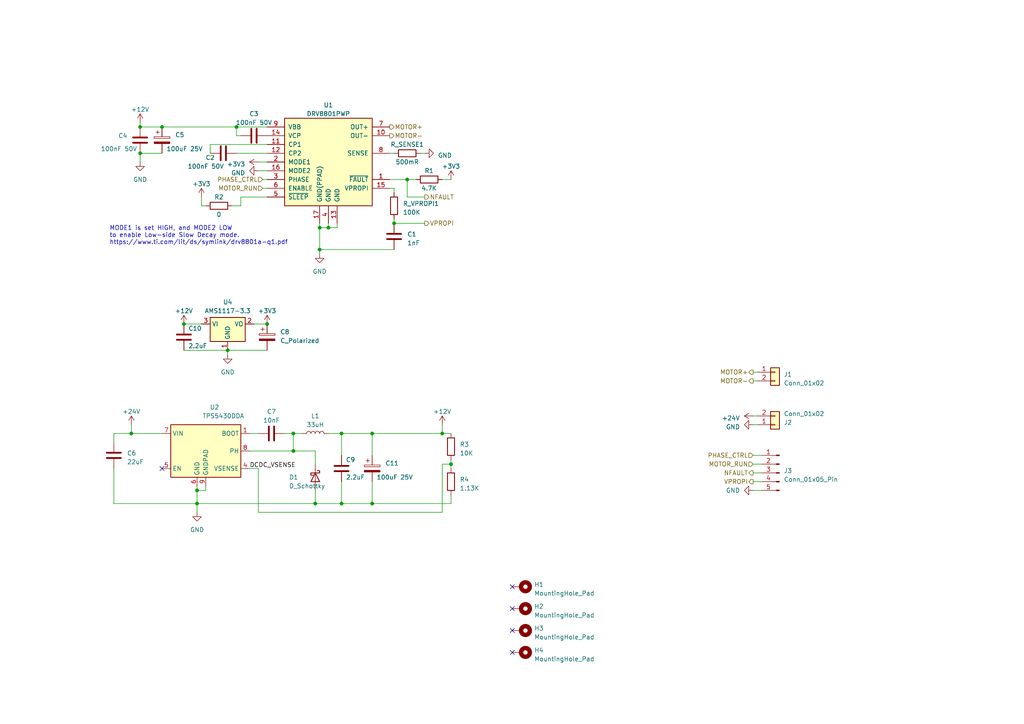
<source format=kicad_sch>
(kicad_sch (version 20230121) (generator eeschema)
  (paper "A4")
  (lib_symbols
    (symbol "Connector:Conn_01x05_Pin" (pin_names (offset 1.016) hide)
      (property "Reference" "J" (at 0 7.62 0))
      (property "Value" "Conn_01x05_Pin" (at 0 -7.62 0))
      (symbol "Conn_01x05_Pin_1_1"
        (polyline (pts (xy 1.27 -5.08) (xy 0.8636 -5.08)) (stroke (width 0.1524)))
        (polyline (pts (xy 1.27 -2.54) (xy 0.8636 -2.54)) (stroke (width 0.1524)))
        (polyline (pts (xy 1.27 0) (xy 0.8636 0)) (stroke (width 0.1524)))
        (polyline (pts (xy 1.27 2.54) (xy 0.8636 2.54)) (stroke (width 0.1524)))
        (polyline (pts (xy 1.27 5.08) (xy 0.8636 5.08)) (stroke (width 0.1524)))
        (rectangle (start 0.8636 -4.953) (end 0 -5.207) (stroke (width 0.1524)) (fill (type outline)))
        (rectangle (start 0.8636 -2.413) (end 0 -2.667) (stroke (width 0.1524)) (fill (type outline)))
        (rectangle (start 0.8636 0.127) (end 0 -0.127) (stroke (width 0.1524)) (fill (type outline)))
        (rectangle (start 0.8636 2.667) (end 0 2.413) (stroke (width 0.1524)) (fill (type outline)))
        (rectangle (start 0.8636 5.207) (end 0 4.953) (stroke (width 0.1524)) (fill (type outline)))
        (pin passive line (at 5.08 5.08 180) (length 3.81) (name "Pin_1") (number "1"))
        (pin passive line (at 5.08 2.54 180) (length 3.81) (name "Pin_2") (number "2"))
        (pin passive line (at 5.08 0 180) (length 3.81) (name "Pin_3") (number "3"))
        (pin passive line (at 5.08 -2.54 180) (length 3.81) (name "Pin_4") (number "4"))
        (pin passive line (at 5.08 -5.08 180) (length 3.81) (name "Pin_5") (number "5"))
      )
    )
    (symbol "Connector_Generic:Conn_01x02" (pin_names (offset 1.016) hide)
      (property "Reference" "J" (at 0 2.54 0))
      (property "Value" "Conn_01x02" (at 0 -5.08 0))
      (symbol "Conn_01x02_1_1"
        (rectangle (start -1.27 -2.413) (end 0 -2.667) (stroke (width 0.1524)))
        (rectangle (start -1.27 0.127) (end 0 -0.127) (stroke (width 0.1524)))
        (rectangle (start -1.27 1.27) (end 1.27 -3.81) (stroke (width 0.254)) (fill (type background)))
        (pin passive line (at -5.08 0 0) (length 3.81) (name "Pin_1") (number "1"))
        (pin passive line (at -5.08 -2.54 0) (length 3.81) (name "Pin_2") (number "2"))
      )
    )
    (symbol "Device:C" (pin_numbers hide) (pin_names (offset 0.254))
      (property "Reference" "C" (at 0.635 2.54 0))
      (property "Value" "C" (at 0.635 -2.54 0))
      (symbol "C_0_1"
        (polyline (pts (xy -2.032 -0.762) (xy 2.032 -0.762)) (stroke (width 0.508)))
        (polyline (pts (xy -2.032 0.762) (xy 2.032 0.762)) (stroke (width 0.508)))
      )
      (symbol "C_1_1"
        (pin passive line (at 0 3.81 270) (length 2.794) (name "~") (number "1"))
        (pin passive line (at 0 -3.81 90) (length 2.794) (name "~") (number "2"))
      )
    )
    (symbol "Device:C_Polarized" (pin_numbers hide) (pin_names (offset 0.254))
      (property "Reference" "C" (at 0.635 2.54 0))
      (property "Value" "C_Polarized" (at 0.635 -2.54 0))
      (symbol "C_Polarized_0_1"
        (rectangle (start -2.286 0.508) (end 2.286 1.016))
        (polyline (pts (xy -1.778 2.286) (xy -0.762 2.286)))
        (polyline (pts (xy -1.27 2.794) (xy -1.27 1.778)))
        (rectangle (start 2.286 -0.508) (end -2.286 -1.016) (fill (type outline)))
      )
      (symbol "C_Polarized_1_1"
        (pin passive line (at 0 3.81 270) (length 2.794) (name "~") (number "1"))
        (pin passive line (at 0 -3.81 90) (length 2.794) (name "~") (number "2"))
      )
    )
    (symbol "Device:D_Schottky" (pin_numbers hide) (pin_names (offset 1.016) hide)
      (property "Reference" "D" (at 0 2.54 0))
      (property "Value" "D_Schottky" (at 0 -2.54 0))
      (symbol "D_Schottky_0_1"
        (polyline (pts (xy 1.27 0) (xy -1.27 0)))
        (polyline (pts (xy 1.27 1.27) (xy 1.27 -1.27) (xy -1.27 0) (xy 1.27 1.27)) (stroke (width 0.254)))
        (polyline (pts (xy -1.905 0.635) (xy -1.905 1.27) (xy -1.27 1.27) (xy -1.27 -1.27) (xy -0.635 -1.27) (xy -0.635 -0.635)) (stroke (width 0.254)))
      )
      (symbol "D_Schottky_1_1"
        (pin passive line (at -3.81 0 0) (length 2.54) (name "K") (number "1"))
        (pin passive line (at 3.81 0 180) (length 2.54) (name "A") (number "2"))
      )
    )
    (symbol "Device:L" (pin_numbers hide) (pin_names (offset 1.016) hide)
      (property "Reference" "L" (at -1.27 0 90))
      (property "Value" "L" (at 1.905 0 90))
      (symbol "L_0_1"
        (arc (start 0 -2.54) (mid 0.6323 -1.905) (end 0 -1.27))
        (arc (start 0 -1.27) (mid 0.6323 -0.635) (end 0 0))
        (arc (start 0 0) (mid 0.6323 0.635) (end 0 1.27))
        (arc (start 0 1.27) (mid 0.6323 1.905) (end 0 2.54))
      )
      (symbol "L_1_1"
        (pin passive line (at 0 3.81 270) (length 1.27) (name "1") (number "1"))
        (pin passive line (at 0 -3.81 90) (length 1.27) (name "2") (number "2"))
      )
    )
    (symbol "Device:R" (pin_numbers hide) (pin_names (offset 0))
      (property "Reference" "R" (at 2.032 0 90))
      (property "Value" "R" (at 0 0 90))
      (symbol "R_0_1"
        (rectangle (start -1.016 -2.54) (end 1.016 2.54) (stroke (width 0.254)))
      )
      (symbol "R_1_1"
        (pin passive line (at 0 3.81 270) (length 1.27) (name "~") (number "1"))
        (pin passive line (at 0 -3.81 90) (length 1.27) (name "~") (number "2"))
      )
    )
    (symbol "Driver_Motor:DRV8801PWP" (pin_names (offset 1.016))
      (property "Reference" "U" (at -12.7 16.51 0))
      (property "Value" "DRV8801PWP" (at -12.7 13.97 0))
      (symbol "DRV8801PWP_0_1"
        (rectangle (start -12.7 12.7) (end 12.7 -12.7) (stroke (width 0.254)) (fill (type background)))
      )
      (symbol "DRV8801PWP_1_1"
        (pin open_collector line (at 17.78 -5.08 180) (length 5.08) (name "~{FAULT}") (number "1"))
        (pin power_out line (at 17.78 7.62 180) (length 5.08) (name "OUT-") (number "10"))
        (pin power_in line (at -17.78 5.08 0) (length 5.08) (name "CP1") (number "11"))
        (pin power_in line (at -17.78 2.54 0) (length 5.08) (name "CP2") (number "12"))
        (pin power_in line (at 2.54 -17.78 90) (length 5.08) (name "GND") (number "13"))
        (pin power_in line (at -17.78 7.62 0) (length 5.08) (name "VCP") (number "14"))
        (pin output line (at 17.78 -7.62 180) (length 5.08) (name "VPROPI") (number "15"))
        (pin input line (at -17.78 -2.54 0) (length 5.08) (name "MODE2") (number "16"))
        (pin power_in line (at -2.54 -17.78 90) (length 5.08) (name "GND(PPAD)") (number "17"))
        (pin input line (at -17.78 0 0) (length 5.08) (name "MODE1") (number "2"))
        (pin input line (at -17.78 -5.08 0) (length 5.08) (name "PHASE") (number "3"))
        (pin power_in line (at 0 -17.78 90) (length 5.08) (name "GND") (number "4"))
        (pin input line (at -17.78 -10.16 0) (length 5.08) (name "~{SLEEP}") (number "5"))
        (pin input line (at -17.78 -7.62 0) (length 5.08) (name "ENABLE") (number "6"))
        (pin power_out line (at 17.78 10.16 180) (length 5.08) (name "OUT+") (number "7"))
        (pin power_out line (at 17.78 2.54 180) (length 5.08) (name "SENSE") (number "8"))
        (pin power_in line (at -17.78 10.16 0) (length 5.08) (name "VBB") (number "9"))
      )
    )
    (symbol "Mechanical:MountingHole_Pad" (pin_numbers hide) (pin_names (offset 1.016) hide)
      (property "Reference" "H" (at 0 6.35 0))
      (property "Value" "MountingHole_Pad" (at 0 4.445 0))
      (symbol "MountingHole_Pad_0_1"
        (circle (center 0 1.27) (radius 1.27) (stroke (width 1.27)))
      )
      (symbol "MountingHole_Pad_1_1"
        (pin input line (at 0 -2.54 90) (length 2.54) (name "1") (number "1"))
      )
    )
    (symbol "Regulator_Linear:AMS1117-3.3"
      (property "Reference" "U" (at -3.81 3.175 0))
      (property "Value" "AMS1117-3.3" (at 0 3.175 0))
      (symbol "AMS1117-3.3_0_1"
        (rectangle (start -5.08 -5.08) (end 5.08 1.905) (stroke (width 0.254)) (fill (type background)))
      )
      (symbol "AMS1117-3.3_1_1"
        (pin power_in line (at 0 -7.62 90) (length 2.54) (name "GND") (number "1"))
        (pin power_out line (at 7.62 0 180) (length 2.54) (name "VO") (number "2"))
        (pin power_in line (at -7.62 0 0) (length 2.54) (name "VI") (number "3"))
      )
    )
    (symbol "Regulator_Switching:TPS5430DDA"
      (property "Reference" "U" (at -10.16 8.89 0))
      (property "Value" "TPS5430DDA" (at -1.27 8.89 0))
      (symbol "TPS5430DDA_0_1"
        (rectangle (start -10.16 7.62) (end 10.16 -7.62) (stroke (width 0.254)) (fill (type background)))
      )
      (symbol "TPS5430DDA_1_1"
        (pin input line (at 12.7 5.08 180) (length 2.54) (name "BOOT") (number "1"))
        (pin no_connect line (at -10.16 2.54 0) (length 2.54) hide (name "NC") (number "2"))
        (pin no_connect line (at -10.16 -2.54 0) (length 2.54) hide (name "NC") (number "3"))
        (pin input line (at 12.7 -5.08 180) (length 2.54) (name "VSENSE") (number "4"))
        (pin input line (at -12.7 -5.08 0) (length 2.54) (name "EN") (number "5"))
        (pin power_in line (at -2.54 -10.16 90) (length 2.54) (name "GND") (number "6"))
        (pin power_in line (at -12.7 5.08 0) (length 2.54) (name "VIN") (number "7"))
        (pin output line (at 12.7 0 180) (length 2.54) (name "PH") (number "8"))
        (pin power_in line (at 0 -10.16 90) (length 2.54) (name "GNDPAD") (number "9"))
      )
    )
    (symbol "power:+12V" (power) (pin_names (offset 0))
      (property "Value" "+12V" (at 0 3.556 0))
      (symbol "+12V_0_1"
        (polyline (pts (xy -0.762 1.27) (xy 0 2.54)))
        (polyline (pts (xy 0 0) (xy 0 2.54)))
        (polyline (pts (xy 0 2.54) (xy 0.762 1.27)))
      )
      (symbol "+12V_1_1"
        (pin power_in line (at 0 0 90) (length 0) hide (name "+12V") (number "1"))
      )
    )
    (symbol "power:+24V" (power) (pin_names (offset 0))
      (property "Value" "+24V" (at 0 3.556 0))
      (symbol "+24V_0_1"
        (polyline (pts (xy -0.762 1.27) (xy 0 2.54)))
        (polyline (pts (xy 0 0) (xy 0 2.54)))
        (polyline (pts (xy 0 2.54) (xy 0.762 1.27)))
      )
      (symbol "+24V_1_1"
        (pin power_in line (at 0 0 90) (length 0) hide (name "+24V") (number "1"))
      )
    )
    (symbol "power:+3V3" (power) (pin_names (offset 0))
      (property "Value" "+3V3" (at 0 3.556 0))
      (symbol "+3V3_0_1"
        (polyline (pts (xy -0.762 1.27) (xy 0 2.54)))
        (polyline (pts (xy 0 0) (xy 0 2.54)))
        (polyline (pts (xy 0 2.54) (xy 0.762 1.27)))
      )
      (symbol "+3V3_1_1"
        (pin power_in line (at 0 0 90) (length 0) hide (name "+3V3") (number "1"))
      )
    )
    (symbol "power:GND" (power) (pin_names (offset 0))
      (property "Value" "GND" (at 0 -3.81 0))
      (symbol "GND_0_1"
        (polyline (pts (xy 0 0) (xy 0 -1.27) (xy 1.27 -1.27) (xy 0 -2.54) (xy -1.27 -1.27) (xy 0 -1.27)))
      )
      (symbol "GND_1_1"
        (pin power_in line (at 0 0 270) (length 0) hide (name "GND") (number "1"))
      )
    )
  )
  (junction (at 40.64 36.83))
  (junction (at 38.1 125.73))
  (junction (at 85.09 130.81))
  (junction (at 57.15 142.24))
  (junction (at 118.11 52.07))
  (junction (at 92.71 66.04))
  (junction (at 95.25 66.04))
  (junction (at 92.71 72.39))
  (junction (at 46.99 36.83))
  (junction (at 99.06 146.05))
  (junction (at 128.27 125.73))
  (junction (at 99.06 125.73))
  (junction (at 68.58 36.83))
  (junction (at 53.34 93.98))
  (junction (at 57.15 146.05))
  (junction (at 77.47 93.98))
  (junction (at 66.04 101.6))
  (junction (at 85.09 125.73))
  (junction (at 130.81 134.62))
  (junction (at 107.95 146.05))
  (junction (at 107.95 125.73))
  (junction (at 114.3 64.77))
  (junction (at 91.44 146.05))
  (junction (at 40.64 44.45))
  (no_connect (at 148.59 170.18))
  (no_connect (at 148.59 176.53))
  (no_connect (at 46.99 135.89))
  (no_connect (at 148.59 182.88))
  (no_connect (at 148.59 189.23))
  (wire (pts (xy 74.93 135.89) (xy 72.39 135.89)))
  (wire (pts (xy 72.39 130.81) (xy 85.09 130.81)))
  (wire (pts (xy 99.06 125.73) (xy 99.06 132.08)))
  (wire (pts (xy 128.27 148.59) (xy 74.93 148.59)))
  (wire (pts (xy 218.44 123.19) (xy 219.71 123.19)))
  (wire (pts (xy 99.06 146.05) (xy 107.95 146.05)))
  (wire (pts (xy 91.44 130.81) (xy 91.44 134.62)))
  (wire (pts (xy 92.71 66.04) (xy 95.25 66.04)))
  (wire (pts (xy 40.64 44.45) (xy 46.99 44.45)))
  (wire (pts (xy 91.44 142.24) (xy 91.44 146.05)))
  (wire (pts (xy 57.15 146.05) (xy 91.44 146.05)))
  (wire (pts (xy 40.64 44.45) (xy 40.64 46.99)))
  (wire (pts (xy 218.44 110.49) (xy 219.71 110.49)))
  (wire (pts (xy 128.27 52.07) (xy 130.81 52.07)))
  (wire (pts (xy 220.98 139.7) (xy 218.44 139.7)))
  (wire (pts (xy 113.03 44.45) (xy 114.3 44.45)))
  (wire (pts (xy 33.02 125.73) (xy 33.02 128.27)))
  (wire (pts (xy 120.65 52.07) (xy 118.11 52.07)))
  (wire (pts (xy 220.98 134.62) (xy 218.44 134.62)))
  (wire (pts (xy 76.2 54.61) (xy 77.47 54.61)))
  (wire (pts (xy 123.19 44.45) (xy 121.92 44.45)))
  (wire (pts (xy 91.44 130.81) (xy 85.09 130.81)))
  (wire (pts (xy 92.71 66.04) (xy 92.71 64.77)))
  (wire (pts (xy 82.55 125.73) (xy 85.09 125.73)))
  (wire (pts (xy 114.3 54.61) (xy 113.03 54.61)))
  (wire (pts (xy 130.81 133.35) (xy 130.81 134.62)))
  (wire (pts (xy 92.71 72.39) (xy 92.71 66.04)))
  (wire (pts (xy 95.25 125.73) (xy 99.06 125.73)))
  (wire (pts (xy 91.44 146.05) (xy 99.06 146.05)))
  (wire (pts (xy 92.71 73.66) (xy 92.71 72.39)))
  (wire (pts (xy 130.81 143.51) (xy 130.81 146.05)))
  (wire (pts (xy 220.98 137.16) (xy 218.44 137.16)))
  (wire (pts (xy 58.42 59.69) (xy 59.69 59.69)))
  (wire (pts (xy 66.04 101.6) (xy 66.04 102.87)))
  (wire (pts (xy 114.3 54.61) (xy 114.3 55.88)))
  (wire (pts (xy 46.99 36.83) (xy 68.58 36.83)))
  (wire (pts (xy 220.98 142.24) (xy 218.44 142.24)))
  (wire (pts (xy 128.27 125.73) (xy 130.81 125.73)))
  (wire (pts (xy 218.44 120.65) (xy 219.71 120.65)))
  (wire (pts (xy 118.11 57.15) (xy 118.11 52.07)))
  (wire (pts (xy 74.93 46.99) (xy 77.47 46.99)))
  (wire (pts (xy 74.93 49.53) (xy 77.47 49.53)))
  (wire (pts (xy 130.81 134.62) (xy 128.27 134.62)))
  (wire (pts (xy 92.71 72.39) (xy 114.3 72.39)))
  (wire (pts (xy 107.95 125.73) (xy 128.27 125.73)))
  (wire (pts (xy 97.79 64.77) (xy 97.79 66.04)))
  (wire (pts (xy 85.09 125.73) (xy 87.63 125.73)))
  (wire (pts (xy 114.3 64.77) (xy 123.19 64.77)))
  (wire (pts (xy 77.47 93.98) (xy 73.66 93.98)))
  (wire (pts (xy 95.25 64.77) (xy 95.25 66.04)))
  (wire (pts (xy 57.15 140.97) (xy 57.15 142.24)))
  (wire (pts (xy 69.85 57.15) (xy 77.47 57.15)))
  (wire (pts (xy 128.27 123.19) (xy 128.27 125.73)))
  (wire (pts (xy 72.39 125.73) (xy 74.93 125.73)))
  (wire (pts (xy 68.58 36.83) (xy 77.47 36.83)))
  (wire (pts (xy 114.3 63.5) (xy 114.3 64.77)))
  (wire (pts (xy 99.06 139.7) (xy 99.06 146.05)))
  (wire (pts (xy 68.58 36.83) (xy 68.58 39.37)))
  (wire (pts (xy 59.69 140.97) (xy 59.69 142.24)))
  (wire (pts (xy 123.19 57.15) (xy 118.11 57.15)))
  (wire (pts (xy 68.58 39.37) (xy 69.85 39.37)))
  (wire (pts (xy 38.1 125.73) (xy 46.99 125.73)))
  (wire (pts (xy 33.02 146.05) (xy 57.15 146.05)))
  (wire (pts (xy 33.02 125.73) (xy 38.1 125.73)))
  (wire (pts (xy 107.95 146.05) (xy 130.81 146.05)))
  (wire (pts (xy 66.04 101.6) (xy 77.47 101.6)))
  (wire (pts (xy 107.95 125.73) (xy 107.95 132.08)))
  (wire (pts (xy 57.15 146.05) (xy 57.15 148.59)))
  (wire (pts (xy 128.27 134.62) (xy 128.27 148.59)))
  (wire (pts (xy 40.64 36.83) (xy 46.99 36.83)))
  (wire (pts (xy 59.69 142.24) (xy 57.15 142.24)))
  (wire (pts (xy 107.95 139.7) (xy 107.95 146.05)))
  (wire (pts (xy 53.34 93.98) (xy 58.42 93.98)))
  (wire (pts (xy 97.79 66.04) (xy 95.25 66.04)))
  (wire (pts (xy 57.15 142.24) (xy 57.15 146.05)))
  (wire (pts (xy 74.93 148.59) (xy 74.93 135.89)))
  (wire (pts (xy 76.2 52.07) (xy 77.47 52.07)))
  (wire (pts (xy 58.42 59.69) (xy 58.42 57.15)))
  (wire (pts (xy 60.96 41.91) (xy 77.47 41.91)))
  (wire (pts (xy 33.02 135.89) (xy 33.02 146.05)))
  (wire (pts (xy 118.11 52.07) (xy 113.03 52.07)))
  (wire (pts (xy 38.1 123.19) (xy 38.1 125.73)))
  (wire (pts (xy 53.34 101.6) (xy 66.04 101.6)))
  (wire (pts (xy 60.96 41.91) (xy 60.96 44.45)))
  (wire (pts (xy 40.64 35.56) (xy 40.64 36.83)))
  (wire (pts (xy 67.31 59.69) (xy 69.85 59.69)))
  (wire (pts (xy 99.06 125.73) (xy 107.95 125.73)))
  (wire (pts (xy 220.98 132.08) (xy 218.44 132.08)))
  (wire (pts (xy 85.09 130.81) (xy 85.09 125.73)))
  (wire (pts (xy 69.85 59.69) (xy 69.85 57.15)))
  (wire (pts (xy 68.58 44.45) (xy 77.47 44.45)))
  (wire (pts (xy 130.81 134.62) (xy 130.81 135.89)))
  (wire (pts (xy 218.44 107.95) (xy 219.71 107.95)))
  (text "MODE1 is set HIGH, and MODE2 LOW\nto enable Low-side Slow Decay mode.\nhttps://www.ti.com/lit/ds/symlink/drv8801a-q1.pdf" (at 31.75 71.12 0) (effects (font (size 1.27 1.27)) (justify left bottom)))
  (label "DCDC_VSENSE" (at 72.39 135.89 0))
  (hierarchical_label "PHASE_CTRL" (shape input) (at 76.2 52.07 180))
  (hierarchical_label "NFAULT" (shape output) (at 123.19 57.15 0))
  (hierarchical_label "VPROPI" (shape output) (at 123.19 64.77 0))
  (hierarchical_label "NFAULT" (shape output) (at 218.44 137.16 180))
  (hierarchical_label "PHASE_CTRL" (shape input) (at 218.44 132.08 180))
  (hierarchical_label "MOTOR_RUN" (shape input) (at 76.2 54.61 180))
  (hierarchical_label "MOTOR+" (shape output) (at 218.44 107.95 180))
  (hierarchical_label "VPROPI" (shape output) (at 218.44 139.7 180))
  (hierarchical_label "MOTOR-" (shape output) (at 218.44 110.49 180))
  (hierarchical_label "MOTOR_RUN" (shape input) (at 218.44 134.62 180))
  (hierarchical_label "MOTOR+" (shape output) (at 113.03 36.83 0))
  (hierarchical_label "MOTOR-" (shape output) (at 113.03 39.37 0))
  (symbol (lib_id "Mechanical:MountingHole_Pad") (at 151.13 176.53 270) (unit 1)
    (property "Reference" "H2" (at 154.94 175.895 90) (effects (justify left)))
    (property "Value" "MountingHole_Pad" (at 154.94 178.435 90) (effects (justify left)))
    (property "Footprint" "MountingHole:MountingHole_3.2mm_M3_Pad_Via" (effects hide))
  )
  (symbol (lib_id "Regulator_Linear:AMS1117-3.3") (at 66.04 93.98 0) (unit 1)
    (property "Reference" "U4" (at 66.04 87.63 0))
    (property "Value" "AMS1117-3.3" (at 66.04 90.17 0))
    (property "Footprint" "Package_TO_SOT_SMD:SOT-223-3_TabPin2" (effects hide))
    (property "Datasheet" "http://www.advanced-monolithic.com/pdf/ds1117.pdf" (effects hide))
  )
  (symbol (lib_id "Device:R") (at 114.3 59.69 0) (unit 1)
    (property "Reference" "R_VPROPI1" (at 116.84 59.055 0) (effects (justify left)))
    (property "Value" "100K" (at 116.84 61.595 0) (effects (justify left)))
    (property "Footprint" "Resistor_SMD:R_0603_1608Metric" (effects hide))
  )
  (symbol (lib_id "power:GND") (at 218.44 123.19 270) (unit 1)
    (property "Reference" "#PWR016" (effects hide))
    (property "Value" "GND" (at 214.63 123.825 90) (effects (justify right)))
  )
  (symbol (lib_id "power:GND") (at 218.44 142.24 270) (unit 1)
    (property "Reference" "#PWR017" (effects hide))
    (property "Value" "GND" (at 214.63 142.24 90) (effects (justify right)))
  )
  (symbol (lib_id "Connector_Generic:Conn_01x02") (at 224.79 123.19 0) (mirror x) (unit 1)
    (property "Reference" "J2" (at 227.33 122.555 0) (effects (justify left)))
    (property "Value" "Conn_01x02" (at 227.33 120.015 0) (effects (justify left)))
    (property "Footprint" "Connector_AMASS:AMASS_XT30U-M_1x02_P5.0mm_Vertical" (effects hide))
  )
  (symbol (lib_id "Regulator_Switching:TPS5430DDA") (at 59.69 130.81 0) (unit 1)
    (property "Reference" "U2" (at 62.23 118.11 0))
    (property "Value" "TPS5430DDA" (at 64.77 120.65 0))
    (property "Footprint" "Package_SO:TI_SO-PowerPAD-8_ThermalVias" (effects hide))
    (property "Datasheet" "http://www.ti.com/lit/ds/symlink/tps5430.pdf" (effects hide))
  )
  (symbol (lib_id "power:GND") (at 92.71 73.66 0) (unit 1)
    (property "Reference" "#PWR01" (effects hide))
    (property "Value" "GND" (at 92.71 78.74 0))
  )
  (symbol (lib_id "Connector:Conn_01x05_Pin") (at 226.06 137.16 0) (mirror y) (unit 1)
    (property "Reference" "J3" (at 227.33 136.525 0) (effects (justify right)))
    (property "Value" "Conn_01x05_Pin" (at 227.33 139.065 0) (effects (justify right)))
  )
  (symbol (lib_id "power:GND") (at 57.15 148.59 0) (unit 1)
    (property "Reference" "#PWR010" (effects hide))
    (property "Value" "GND" (at 57.15 153.67 0))
  )
  (symbol (lib_id "power:+3V3") (at 130.81 52.07 0) (unit 1)
    (property "Reference" "#PWR03" (effects hide))
    (property "Value" "+3V3" (at 130.81 48.26 0))
  )
  (symbol (lib_id "Device:C") (at 78.74 125.73 90) (unit 1)
    (property "Reference" "C7" (at 78.74 119.38 90))
    (property "Value" "10nF" (at 78.74 121.92 90))
    (property "Footprint" "Capacitor_SMD:C_0603_1608Metric" (effects hide))
  )
  (symbol (lib_id "power:+12V") (at 128.27 123.19 0) (unit 1)
    (property "Reference" "#PWR011" (effects hide))
    (property "Value" "+12V" (at 128.27 119.38 0))
  )
  (symbol (lib_id "Device:C") (at 40.64 40.64 180) (unit 1)
    (property "Reference" "C4" (at 34.29 39.37 0) (effects (justify right)))
    (property "Value" "100nF 50V" (at 29.21 43.18 0) (effects (justify right)))
  )
  (symbol (lib_id "Device:R") (at 130.81 139.7 0) (unit 1)
    (property "Reference" "R4" (at 133.35 139.065 0) (effects (justify left)))
    (property "Value" "1.13K" (at 133.35 141.605 0) (effects (justify left)))
    (property "Footprint" "Resistor_SMD:R_0603_1608Metric" (effects hide))
  )
  (symbol (lib_id "power:GND") (at 74.93 49.53 270) (unit 1)
    (property "Reference" "#PWR05" (effects hide))
    (property "Value" "GND" (at 71.12 50.165 90) (effects (justify right)))
  )
  (symbol (lib_id "Device:C") (at 114.3 68.58 0) (unit 1)
    (property "Reference" "C1" (at 118.11 67.945 0) (effects (justify left)))
    (property "Value" "1nF" (at 118.11 70.485 0) (effects (justify left)))
  )
  (symbol (lib_id "power:+24V") (at 38.1 123.19 0) (unit 1)
    (property "Reference" "#PWR015" (effects hide))
    (property "Value" "+24V" (at 38.1 119.38 0))
  )
  (symbol (lib_id "Device:C") (at 73.66 39.37 90) (unit 1)
    (property "Reference" "C3" (at 73.66 33.02 90))
    (property "Value" "100nF 50V" (at 73.66 35.56 90))
  )
  (symbol (lib_id "Device:C") (at 99.06 135.89 180) (unit 1)
    (property "Reference" "C9" (at 100.33 133.35 0) (effects (justify right)))
    (property "Value" "2.2uF" (at 100.33 138.43 0) (effects (justify right)))
    (property "Footprint" "Capacitor_SMD:C_1206_3216Metric_Pad1.33x1.80mm_HandSolder" (effects hide))
  )
  (symbol (lib_id "Device:R") (at 130.81 129.54 0) (unit 1)
    (property "Reference" "R3" (at 133.35 128.905 0) (effects (justify left)))
    (property "Value" "10K" (at 133.35 131.445 0) (effects (justify left)))
    (property "Footprint" "Resistor_SMD:R_0603_1608Metric" (effects hide))
  )
  (symbol (lib_id "power:GND") (at 66.04 102.87 0) (unit 1)
    (property "Reference" "#PWR013" (effects hide))
    (property "Value" "GND" (at 66.04 107.95 0))
  )
  (symbol (lib_id "Device:C") (at 33.02 132.08 0) (unit 1)
    (property "Reference" "C6" (at 36.83 131.445 0) (effects (justify left)))
    (property "Value" "22uF" (at 36.83 133.985 0) (effects (justify left)))
    (property "Footprint" "Capacitor_SMD:C_1206_3216Metric" (effects hide))
  )
  (symbol (lib_id "Device:L") (at 91.44 125.73 90) (unit 1)
    (property "Reference" "L1" (at 91.44 120.65 90))
    (property "Value" "33uH" (at 91.44 123.19 90))
    (property "Footprint" "Inductor_SMD:L_Taiyo-Yuden_NR-60xx_HandSoldering" (effects hide))
  )
  (symbol (lib_id "Device:C_Polarized") (at 107.95 135.89 0) (unit 1)
    (property "Reference" "C11" (at 111.76 134.366 0) (effects (justify left)))
    (property "Value" "100uF 25V" (at 109.22 138.43 0) (effects (justify left)))
    (property "Footprint" "Capacitor_SMD:CP_Elec_6.3x7.7" (effects hide))
  )
  (symbol (lib_id "Device:C") (at 53.34 97.79 180) (unit 1)
    (property "Reference" "C10" (at 54.61 95.25 0) (effects (justify right)))
    (property "Value" "2.2uF" (at 54.61 100.33 0) (effects (justify right)))
    (property "Footprint" "Capacitor_SMD:C_1206_3216Metric_Pad1.33x1.80mm_HandSolder" (effects hide))
  )
  (symbol (lib_id "Device:C_Polarized") (at 77.47 97.79 0) (unit 1)
    (property "Reference" "C8" (at 81.28 96.266 0) (effects (justify left)))
    (property "Value" "C_Polarized" (at 81.28 98.806 0) (effects (justify left)))
    (property "Footprint" "Capacitor_SMD:CP_Elec_5x5.4" (effects hide))
  )
  (symbol (lib_id "power:+3V3") (at 58.42 57.15 0) (unit 1)
    (property "Reference" "#PWR04" (effects hide))
    (property "Value" "+3V3" (at 58.42 53.34 0))
  )
  (symbol (lib_id "power:+12V") (at 40.64 35.56 0) (unit 1)
    (property "Reference" "#PWR08" (effects hide))
    (property "Value" "+12V" (at 40.64 31.75 0))
  )
  (symbol (lib_id "Device:R") (at 63.5 59.69 90) (unit 1)
    (property "Reference" "R2" (at 63.5 57.15 90))
    (property "Value" "0" (at 63.5 62.23 90))
    (property "Footprint" "Resistor_SMD:R_0603_1608Metric" (effects hide))
  )
  (symbol (lib_id "power:GND") (at 123.19 44.45 90) (unit 1)
    (property "Reference" "#PWR02" (effects hide))
    (property "Value" "GND" (at 127 45.085 90) (effects (justify right)))
  )
  (symbol (lib_id "Driver_Motor:DRV8801PWP") (at 95.25 46.99 0) (unit 1)
    (property "Reference" "U1" (at 95.25 30.48 0))
    (property "Value" "DRV8801PWP" (at 95.25 33.02 0))
    (property "Footprint" "Package_SO:HTSSOP-16-1EP_4.4x5mm_P0.65mm_EP3.4x5mm_Mask3x3mm_ThermalVias" (effects hide))
    (property "Datasheet" "http://www.ti.com/lit/ds/symlink/drv8801.pdf" (effects hide))
  )
  (symbol (lib_id "Device:C") (at 64.77 44.45 90) (unit 1)
    (property "Reference" "C2" (at 60.96 45.72 90))
    (property "Value" "100nF 50V" (at 59.69 48.26 90))
  )
  (symbol (lib_id "Device:R") (at 124.46 52.07 90) (unit 1)
    (property "Reference" "R1" (at 124.46 49.53 90))
    (property "Value" "4.7K" (at 124.46 54.61 90))
    (property "Footprint" "Resistor_SMD:R_0603_1608Metric" (effects hide))
  )
  (symbol (lib_id "Mechanical:MountingHole_Pad") (at 151.13 170.18 270) (unit 1)
    (property "Reference" "H1" (at 154.94 169.545 90) (effects (justify left)))
    (property "Value" "MountingHole_Pad" (at 154.94 172.085 90) (effects (justify left)))
    (property "Footprint" "MountingHole:MountingHole_3.2mm_M3_Pad_Via" (effects hide))
  )
  (symbol (lib_id "Mechanical:MountingHole_Pad") (at 151.13 182.88 270) (unit 1)
    (property "Reference" "H3" (at 154.94 182.245 90) (effects (justify left)))
    (property "Value" "MountingHole_Pad" (at 154.94 184.785 90) (effects (justify left)))
    (property "Footprint" "MountingHole:MountingHole_3.2mm_M3_Pad_Via" (effects hide))
  )
  (symbol (lib_id "power:+3V3") (at 77.47 93.98 0) (unit 1)
    (property "Reference" "#PWR014" (effects hide))
    (property "Value" "+3V3" (at 77.47 90.17 0))
  )
  (symbol (lib_id "power:+12V") (at 53.34 93.98 0) (unit 1)
    (property "Reference" "#PWR012" (effects hide))
    (property "Value" "+12V" (at 53.34 90.17 0))
  )
  (symbol (lib_id "Device:R") (at 118.11 44.45 90) (unit 1)
    (property "Reference" "R_SENSE1" (at 118.11 41.91 90))
    (property "Value" "500mR" (at 118.11 46.99 90))
    (property "Footprint" "Resistor_SMD:R_1210_3225Metric_Pad1.30x2.65mm_HandSolder" (effects hide))
  )
  (symbol (lib_id "Device:D_Schottky") (at 91.44 138.43 270) (unit 1)
    (property "Reference" "D1" (at 83.82 138.43 90) (effects (justify left)))
    (property "Value" "D_Schottky" (at 83.82 140.97 90) (effects (justify left)))
    (property "Footprint" "Diode_SMD:D_PowerDI-5" (effects hide))
  )
  (symbol (lib_id "power:+3V3") (at 74.93 46.99 90) (unit 1)
    (property "Reference" "#PWR06" (effects hide))
    (property "Value" "+3V3" (at 71.12 47.625 90) (effects (justify left)))
  )
  (symbol (lib_id "Connector_Generic:Conn_01x02") (at 224.79 107.95 0) (unit 1)
    (property "Reference" "J1" (at 227.33 108.585 0) (effects (justify left)))
    (property "Value" "Conn_01x02" (at 227.33 111.125 0) (effects (justify left)))
  )
  (symbol (lib_id "Device:C_Polarized") (at 46.99 40.64 0) (unit 1)
    (property "Reference" "C5" (at 50.8 39.116 0) (effects (justify left)))
    (property "Value" "100uF 25V" (at 48.26 43.18 0) (effects (justify left)))
    (property "Footprint" "Capacitor_SMD:CP_Elec_6.3x7.7" (effects hide))
  )
  (symbol (lib_id "power:GND") (at 40.64 46.99 0) (unit 1)
    (property "Reference" "#PWR07" (effects hide))
    (property "Value" "GND" (at 40.64 52.07 0))
  )
  (symbol (lib_id "power:+24V") (at 218.44 120.65 90) (unit 1)
    (property "Reference" "#PWR09" (effects hide))
    (property "Value" "+24V" (at 214.63 121.285 90) (effects (justify left)))
  )
  (symbol (lib_id "Mechanical:MountingHole_Pad") (at 151.13 189.23 270) (unit 1)
    (property "Reference" "H4" (at 154.94 188.595 90) (effects (justify left)))
    (property "Value" "MountingHole_Pad" (at 154.94 191.135 90) (effects (justify left)))
    (property "Footprint" "MountingHole:MountingHole_3.2mm_M3_Pad_Via" (effects hide))
  )
)
</source>
